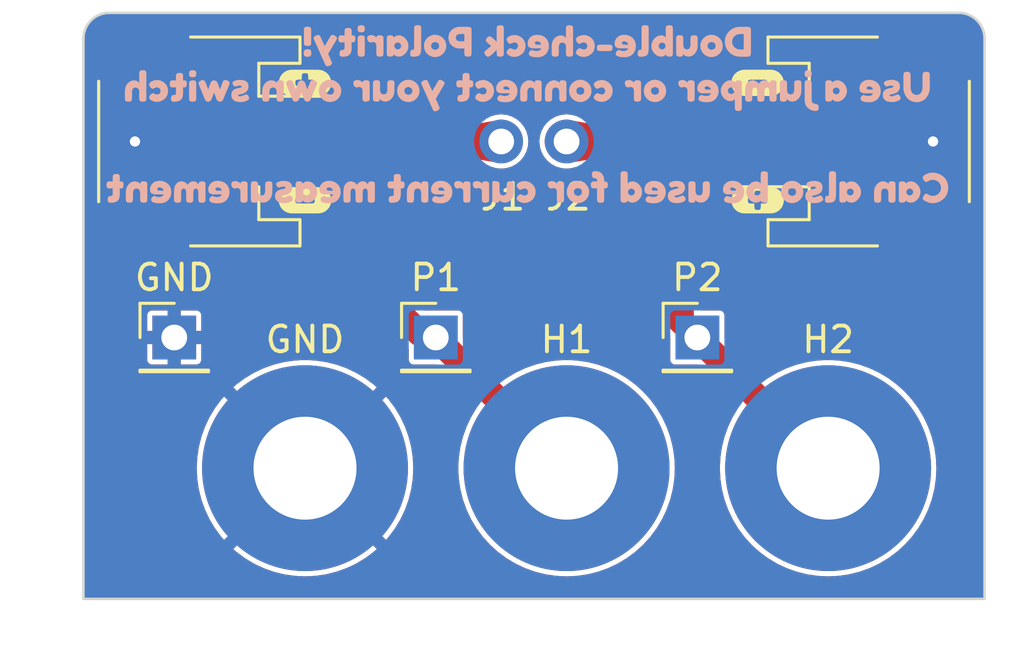
<source format=kicad_pcb>
(kicad_pcb (version 20221018) (generator pcbnew)
  (layers (0 "F.Cu" signal) (31 "B.Cu" signal) (34 "B.Paste" user) (35 "F.Paste" user) (36 "B.SilkS" user "B.Silkscreen") (37 "F.SilkS" user "F.Silkscreen") (38 "B.Mask" user) (39 "F.Mask" user) (44 "Edge.Cuts" user))
  (net 0 "")
  (net 1 "Net-(J1-Pin_1)")
  (net 2 "GND")
  (net 3 "Net-(J2-Pin_1)")
  (footprint "kibuzzard-62E1C2B7" (layer "F.Cu") (at 167.44 99.31982)
    (fp_text reference "kibuzzard-62E1C2B7" hide)
    (fp_text value "G***" hide)
  )
  (footprint "Connector_PinHeader_2.54mm:PinHeader_1x02_P2.54mm_Vertical" (layer "F.Cu") (at 157.48 101.59982 90)
    (fp_text reference "J3" hide)
    (fp_text value "Conn_Jumper")
    (pad "1" thru_hole circle (at 0 0 90) (size 1.7 1.7) (drill 1) (layers "*.Cu" "*.Mask") (net 1 "Net-(J1-Pin_1)"))
    (pad "2" thru_hole oval (at 0 2.54 90) (size 1.7 1.7) (drill 1) (layers "*.Cu" "*.Mask") (net 3 "Net-(J2-Pin_1)"))
  )
  (footprint "kibuzzard-62E1C2B7" (layer "F.Cu") (at 149.86 99.31982)
    (fp_text reference "kibuzzard-62E1C2B7" hide)
    (fp_text value "G***" hide)
  )
  (footprint "kibuzzard-62E1C2B7" (layer "F.Cu") (at 167.44 103.886)
    (fp_text reference "kibuzzard-62E1C2B7" hide)
    (fp_text value "G***" hide)
  )
  (footprint "MountingHole:MountingHole_4mm_Pad" (layer "F.Cu") (at 160.02 114.3)
    (fp_text reference "H1" (at 0 -5) (layer "F.SilkS"))
    (fp_text value "MountingHole_Pad")
    (pad "1" thru_hole circle (at 0 0) (size 8 8) (drill 4) (layers "*.Cu" "*.Mask") (net 1 "Net-(J1-Pin_1)"))
  )
  (footprint "kibuzzard-62E1C2B7" (layer "F.Cu") (at 149.86 103.886)
    (fp_text reference "kibuzzard-62E1C2B7" hide)
    (fp_text value "G***" hide)
  )
  (footprint "MountingHole:MountingHole_4mm_Pad" (layer "F.Cu") (at 149.86 114.3)
    (fp_text reference "GND" (at 0 -5) (layer "F.SilkS"))
    (fp_text value "MountingHole_Pad")
    (pad "1" thru_hole circle (at 0 0) (size 8 8) (drill 4) (layers "*.Cu" "*.Mask") (net 2 "GND"))
  )
  (footprint "Connector_JST:JST_PH_S2B-PH-SM4-TB_1x02-1MP_P2.00mm_Horizontal" (layer "F.Cu") (at 146.355 101.59982 -90)
    (fp_text reference "J1" hide)
    (fp_text value "Conn_Batt1")
    (pad "1" smd roundrect (at -1 -2.85 270) (size 1 3.5) (layers "F.Cu" "F.Paste" "F.Mask") (net 1 "Net-(J1-Pin_1)"))
    (pad "2" smd roundrect (at 1 -2.85 270) (size 1 3.5) (layers "F.Cu" "F.Paste" "F.Mask") (net 2 "GND"))
    (pad "MP" smd roundrect (at -3.35 2.9 270) (size 1.5 3.4) (layers "F.Cu" "F.Paste" "F.Mask") (roundrect_rratio 0.1666673333))
    (pad "MP" smd roundrect (at 3.35 2.9 270) (size 1.5 3.4) (layers "F.Cu" "F.Paste" "F.Mask") (roundrect_rratio 0.1666673333))
  )
  (footprint "Connector_PinHeader_2.54mm:PinHeader_1x01_P2.54mm_Vertical" (layer "F.Cu") (at 165.1 109.22)
    (fp_text reference "P2" (at 0 -2.33) (layer "F.SilkS"))
    (fp_text value "Conn_01x01_Male")
    (pad "1" thru_hole rect (at 0 0) (size 1.7 1.7) (drill 1) (layers "*.Cu" "*.Mask") (net 3 "Net-(J2-Pin_1)"))
  )
  (footprint "MountingHole:MountingHole_4mm_Pad" (layer "F.Cu") (at 170.18 114.3)
    (fp_text reference "H2" (at 0 -5) (layer "F.SilkS"))
    (fp_text value "MountingHole_Pad")
    (pad "1" thru_hole circle (at 0 0) (size 8 8) (drill 4) (layers "*.Cu" "*.Mask") (net 3 "Net-(J2-Pin_1)"))
  )
  (footprint "Connector_JST:JST_PH_S2B-PH-SM4-TB_1x02-1MP_P2.00mm_Horizontal" (layer "F.Cu") (at 171.155 101.59982 90)
    (fp_text reference "J2" hide)
    (fp_text value "Conn_Batt2")
    (pad "1" smd roundrect (at -1 -2.85 90) (size 1 3.5) (layers "F.Cu" "F.Paste" "F.Mask") (net 3 "Net-(J2-Pin_1)"))
    (pad "2" smd roundrect (at 1 -2.85 90) (size 1 3.5) (layers "F.Cu" "F.Paste" "F.Mask") (net 2 "GND"))
    (pad "MP" smd roundrect (at -3.35 2.9 90) (size 1.5 3.4) (layers "F.Cu" "F.Paste" "F.Mask") (roundrect_rratio 0.1666673333))
    (pad "MP" smd roundrect (at 3.35 2.9 90) (size 1.5 3.4) (layers "F.Cu" "F.Paste" "F.Mask") (roundrect_rratio 0.1666673333))
  )
  (footprint "Connector_PinHeader_2.54mm:PinHeader_1x01_P2.54mm_Vertical" (layer "F.Cu") (at 144.78 109.22)
    (fp_text reference "GND" (at 0 -2.33) (layer "F.SilkS"))
    (fp_text value "Conn_01x01_Male")
    (pad "1" thru_hole rect (at 0 0) (size 1.7 1.7) (drill 1) (layers "*.Cu" "*.Mask") (net 2 "GND"))
  )
  (footprint "Connector_PinHeader_2.54mm:PinHeader_1x01_P2.54mm_Vertical" (layer "F.Cu") (at 154.94 109.22)
    (fp_text reference "P1" (at 0 -2.33) (layer "F.SilkS"))
    (fp_text value "Conn_01x01_Male")
    (pad "1" thru_hole rect (at 0 0) (size 1.7 1.7) (drill 1) (layers "*.Cu" "*.Mask") (net 1 "Net-(J1-Pin_1)"))
  )
  (footprint "kibuzzard-62E2BF3F" (layer "B.Cu") (at 158.496 99.628 180)
    (fp_text reference "kibuzzard-62E2BF3F" hide)
    (fp_text value "G***" hide)
  )
  (footprint "kibuzzard-62E2BF4D" (layer "B.Cu") (at 158.496 103.378 180)
    (fp_text reference "kibuzzard-62E2BF4D" hide)
    (fp_text value "G***" hide)
  )
  (footprint "kibuzzard-62E2BF27" (layer "B.Cu") (at 158.496 97.878 180)
    (fp_text reference "kibuzzard-62E2BF27" hide)
    (fp_text value "G***" hide)
  )
  (gr_rect (start 149.66 104.086) (end 150.06 104.236) (stroke (width 0.15)) (fill none) (layer "F.SilkS"))
  (gr_rect (start 149.66 103.536) (end 150.06 103.686) (stroke (width 0.15)) (fill none) (layer "F.SilkS"))
  (gr_rect (start 167.24 98.96982) (end 167.64 99.11982) (stroke (width 0.15)) (fill none) (layer "F.SilkS"))
  (gr_rect (start 167.24 99.51982) (end 167.64 99.66982) (stroke (width 0.15)) (fill none) (layer "F.SilkS"))
  (gr_arc (start 175.255 96.59982) (mid 175.962107 96.892713) (end 176.255 97.59982) (stroke (width 0.1)) (layer "Edge.Cuts"))
  (gr_line (start 176.255 119.38) (end 141.255 119.38) (stroke (width 0.1)) (layer "Edge.Cuts"))
  (gr_line (start 176.255 97.59982) (end 176.255 119.38) (stroke (width 0.1)) (layer "Edge.Cuts"))
  (gr_line (start 141.255 119.38) (end 141.255 97.59982) (stroke (width 0.1)) (layer "Edge.Cuts"))
  (gr_arc (start 141.255 97.59982) (mid 141.547893 96.892713) (end 142.255 96.59982) (stroke (width 0.1)) (layer "Edge.Cuts"))
  (gr_line (start 142.255 96.59982) (end 175.255 96.59982) (stroke (width 0.1)) (layer "Edge.Cuts"))
  (gr_text "Battery Disco" (at 152.4 98.88982) (layer "F.Cu") (effects (font (size 1.5 1.5) (thickness 0.3) bold) (justify left bottom)))
  (gr_text "J2" (at 159.131 104.3432) (layer "F.SilkS") (effects (font (size 1 1)) (justify left bottom)))
  (gr_text "J1" (at 156.591 104.3432) (layer "F.SilkS") (effects (font (size 1 1)) (justify left bottom)))
  (segment (start 154.305 109.04982) (end 153.205 107.94982) (width 1) (layer "F.Cu") (net 1))
  (segment (start 153.205 107.94982) (end 153.205 102.64982) (width 1) (layer "F.Cu") (net 1))
  (segment (start 149.205 100.59982) (end 153.255 100.59982) (width 1) (layer "F.Cu") (net 1))
  (segment (start 153.255 100.59982) (end 154.255 101.59982) (width 1) (layer "F.Cu") (net 1))
  (segment (start 154.255 101.59982) (end 157.48 101.59982) (width 1) (layer "F.Cu") (net 1))
  (segment (start 154.94 109.22) (end 158.75 113.03) (width 1) (layer "F.Cu") (net 1))
  (segment (start 153.205 102.64982) (end 154.255 101.59982) (width 1) (layer "F.Cu") (net 1))
  (segment (start 159.385 112.85982) (end 159.385 111.58982) (width 1) (layer "F.Cu") (net 1))
  (via (at 174.255 101.59982) (size 0.8) (drill 0.4) (layers "F.Cu" "B.Cu") (net 2))
  (via (at 143.255 101.59982) (size 0.8) (drill 0.4) (layers "F.Cu" "B.Cu") (net 2))
  (segment (start 164.465 108.585) (end 164.465 102.59982) (width 1) (layer "F.Cu") (net 3))
  (segment (start 165.1 109.22) (end 164.465 108.585) (width 1) (layer "F.Cu") (net 3))
  (segment (start 164.465 102.59982) (end 164.255 102.59982) (width 1) (layer "F.Cu") (net 3))
  (segment (start 168.305 102.59982) (end 164.465 102.59982) (width 1) (layer "F.Cu") (net 3))
  (segment (start 164.255 102.59982) (end 163.255 101.59982) (width 1) (layer "F.Cu") (net 3))
  (segment (start 170.18 114.3) (end 165.1 109.22) (width 1) (layer "F.Cu") (net 3))
  (segment (start 163.255 101.59982) (end 160.02 101.59982) (width 1) (layer "F.Cu") (net 3))
  (zone (net 2) (net_name "GND") (layers "F&B.Cu") (connect_pads (clearance 0.2)) (min_thickness 0.3) (fill yes (thermal_gap 0.2) (thermal_bridge_width 0.508) (island_removal_mode 2) (island_area_min 10))
    (polygon (pts (xy 176.755 121.92) (xy 140.755 121.92) (xy 140.755 96.09982) (xy 176.755 96.09982)))
  )
)
</source>
